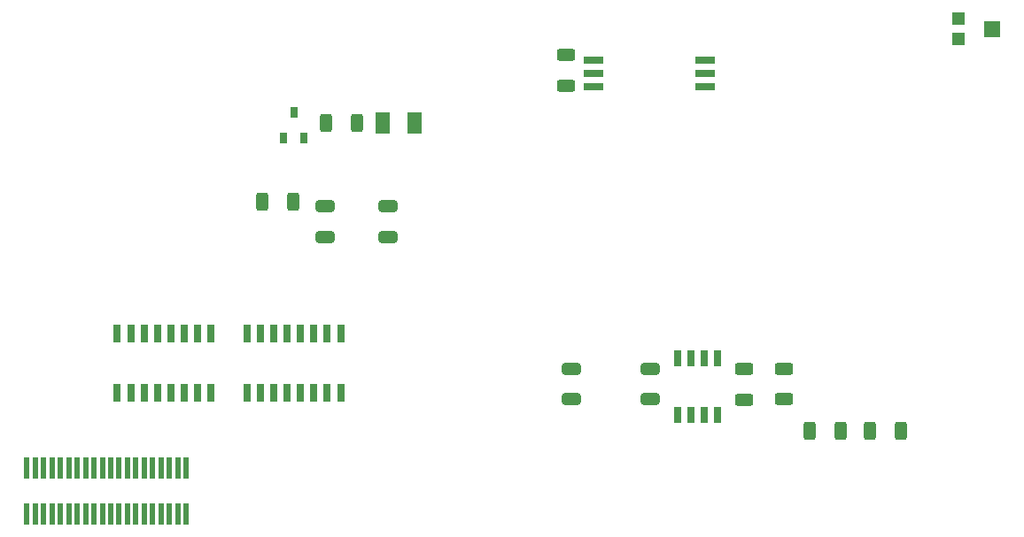
<source format=gtp>
%TF.GenerationSoftware,KiCad,Pcbnew,9.0.1*%
%TF.CreationDate,2025-08-07T18:15:33+02:00*%
%TF.ProjectId,Hauptmodul,48617570-746d-46f6-9475-6c2e6b696361,rev?*%
%TF.SameCoordinates,Original*%
%TF.FileFunction,Paste,Top*%
%TF.FilePolarity,Positive*%
%FSLAX46Y46*%
G04 Gerber Fmt 4.6, Leading zero omitted, Abs format (unit mm)*
G04 Created by KiCad (PCBNEW 9.0.1) date 2025-08-07 18:15:33*
%MOMM*%
%LPD*%
G01*
G04 APERTURE LIST*
G04 Aperture macros list*
%AMRoundRect*
0 Rectangle with rounded corners*
0 $1 Rounding radius*
0 $2 $3 $4 $5 $6 $7 $8 $9 X,Y pos of 4 corners*
0 Add a 4 corners polygon primitive as box body*
4,1,4,$2,$3,$4,$5,$6,$7,$8,$9,$2,$3,0*
0 Add four circle primitives for the rounded corners*
1,1,$1+$1,$2,$3*
1,1,$1+$1,$4,$5*
1,1,$1+$1,$6,$7*
1,1,$1+$1,$8,$9*
0 Add four rect primitives between the rounded corners*
20,1,$1+$1,$2,$3,$4,$5,0*
20,1,$1+$1,$4,$5,$6,$7,0*
20,1,$1+$1,$6,$7,$8,$9,0*
20,1,$1+$1,$8,$9,$2,$3,0*%
G04 Aperture macros list end*
%ADD10R,1.200000X1.200000*%
%ADD11R,1.500000X1.600000*%
%ADD12RoundRect,0.250000X0.650000X-0.325000X0.650000X0.325000X-0.650000X0.325000X-0.650000X-0.325000X0*%
%ADD13R,0.500000X2.000000*%
%ADD14RoundRect,0.250000X-0.650000X0.325000X-0.650000X-0.325000X0.650000X-0.325000X0.650000X0.325000X0*%
%ADD15RoundRect,0.250000X-0.625000X0.312500X-0.625000X-0.312500X0.625000X-0.312500X0.625000X0.312500X0*%
%ADD16R,0.700000X1.000000*%
%ADD17R,0.800000X1.750000*%
%ADD18R,0.700000X1.750000*%
%ADD19RoundRect,0.250000X-0.312500X-0.625000X0.312500X-0.625000X0.312500X0.625000X-0.312500X0.625000X0*%
%ADD20R,1.850000X0.650000*%
%ADD21R,0.650000X1.500000*%
%ADD22R,1.350000X2.100000*%
%ADD23RoundRect,0.250000X0.312500X0.625000X-0.312500X0.625000X-0.312500X-0.625000X0.312500X-0.625000X0*%
%ADD24RoundRect,0.250000X0.625000X-0.312500X0.625000X0.312500X-0.625000X0.312500X-0.625000X-0.312500X0*%
G04 APERTURE END LIST*
D10*
%TO.C,VR1*%
X193500000Y-50000000D03*
D11*
X196750000Y-51000000D03*
D10*
X193500000Y-52000000D03*
%TD*%
D12*
%TO.C,C8*%
X156500000Y-86450000D03*
X156500000Y-83500000D03*
%TD*%
D13*
%TO.C,J7*%
X119700000Y-97400000D03*
X119700000Y-93000000D03*
X118900000Y-97400000D03*
X118900000Y-93000000D03*
X118100000Y-97400000D03*
X118100000Y-93000000D03*
X117300000Y-97400000D03*
X117300000Y-93000000D03*
X116500000Y-97400000D03*
X116500000Y-93000000D03*
X115700000Y-97400000D03*
X115700000Y-93000000D03*
X114900000Y-97400000D03*
X114900000Y-93000000D03*
X114100000Y-97400000D03*
X114100000Y-93000000D03*
X113300000Y-97400000D03*
X113300000Y-93000000D03*
X112500000Y-97400000D03*
X112500000Y-93000000D03*
X111700000Y-97400000D03*
X111700000Y-93000000D03*
X110900000Y-97400000D03*
X110900000Y-93000000D03*
X110100000Y-97400000D03*
X110100000Y-93000000D03*
X109300000Y-97400000D03*
X109300000Y-93000000D03*
X108500000Y-97400000D03*
X108500000Y-93000000D03*
X107700000Y-97400000D03*
X107700000Y-93000000D03*
X106900000Y-97400000D03*
X106900000Y-93000000D03*
X106100000Y-97400000D03*
X106100000Y-93000000D03*
X105300000Y-97400000D03*
X105300000Y-93000000D03*
X104500000Y-97400000D03*
X104500000Y-93000000D03*
%TD*%
D12*
%TO.C,C1*%
X133000000Y-70950000D03*
X133000000Y-68000000D03*
%TD*%
D14*
%TO.C,C7*%
X164070000Y-83500000D03*
X164070000Y-86450000D03*
%TD*%
D15*
%TO.C,R7*%
X173070000Y-83537500D03*
X173070000Y-86462500D03*
%TD*%
D16*
%TO.C,Q1*%
X129050000Y-61405000D03*
X130950000Y-61405000D03*
X130000000Y-59005000D03*
%TD*%
D17*
%TO.C,IC7*%
X125505000Y-85825000D03*
D18*
X126825000Y-85825000D03*
X128095000Y-85825000D03*
X129365000Y-85825000D03*
X130635000Y-85825000D03*
X131905000Y-85825000D03*
X133175000Y-85825000D03*
D17*
X134495000Y-85825000D03*
X134495000Y-80175000D03*
D18*
X133175000Y-80175000D03*
X131905000Y-80175000D03*
X130635000Y-80175000D03*
X129365000Y-80175000D03*
X128095000Y-80175000D03*
X126825000Y-80175000D03*
D17*
X125505000Y-80175000D03*
%TD*%
D19*
%TO.C,R4*%
X127000000Y-67500000D03*
X129925000Y-67500000D03*
%TD*%
%TO.C,R12*%
X185075000Y-89500000D03*
X188000000Y-89500000D03*
%TD*%
D20*
%TO.C,IC3*%
X169350000Y-56540000D03*
X169350000Y-55270000D03*
X169350000Y-54000000D03*
X158650000Y-54000000D03*
X158650000Y-55270000D03*
X158650000Y-56540000D03*
%TD*%
D21*
%TO.C,IC6*%
X166710000Y-87900000D03*
X167980000Y-87900000D03*
X169250000Y-87900000D03*
X170520000Y-87900000D03*
X170520000Y-82500000D03*
X169250000Y-82500000D03*
X167980000Y-82500000D03*
X166710000Y-82500000D03*
%TD*%
D22*
%TO.C,D1*%
X141500000Y-60000000D03*
X138500000Y-60000000D03*
%TD*%
D17*
%TO.C,IC8*%
X113120000Y-85825000D03*
D18*
X114440000Y-85825000D03*
X115710000Y-85825000D03*
X116980000Y-85825000D03*
X118250000Y-85825000D03*
X119520000Y-85825000D03*
X120790000Y-85825000D03*
D17*
X122110000Y-85825000D03*
X122110000Y-80175000D03*
D18*
X120790000Y-80175000D03*
X119520000Y-80175000D03*
X118250000Y-80175000D03*
X116980000Y-80175000D03*
X115710000Y-80175000D03*
X114440000Y-80175000D03*
D17*
X113120000Y-80175000D03*
%TD*%
D19*
%TO.C,R11*%
X179325000Y-89500000D03*
X182250000Y-89500000D03*
%TD*%
D15*
%TO.C,R3*%
X156000000Y-53500000D03*
X156000000Y-56425000D03*
%TD*%
D12*
%TO.C,C2*%
X139000000Y-70950000D03*
X139000000Y-68000000D03*
%TD*%
D23*
%TO.C,R1*%
X136000000Y-60000000D03*
X133075000Y-60000000D03*
%TD*%
D24*
%TO.C,R9*%
X176865000Y-86450000D03*
X176865000Y-83525000D03*
%TD*%
M02*

</source>
